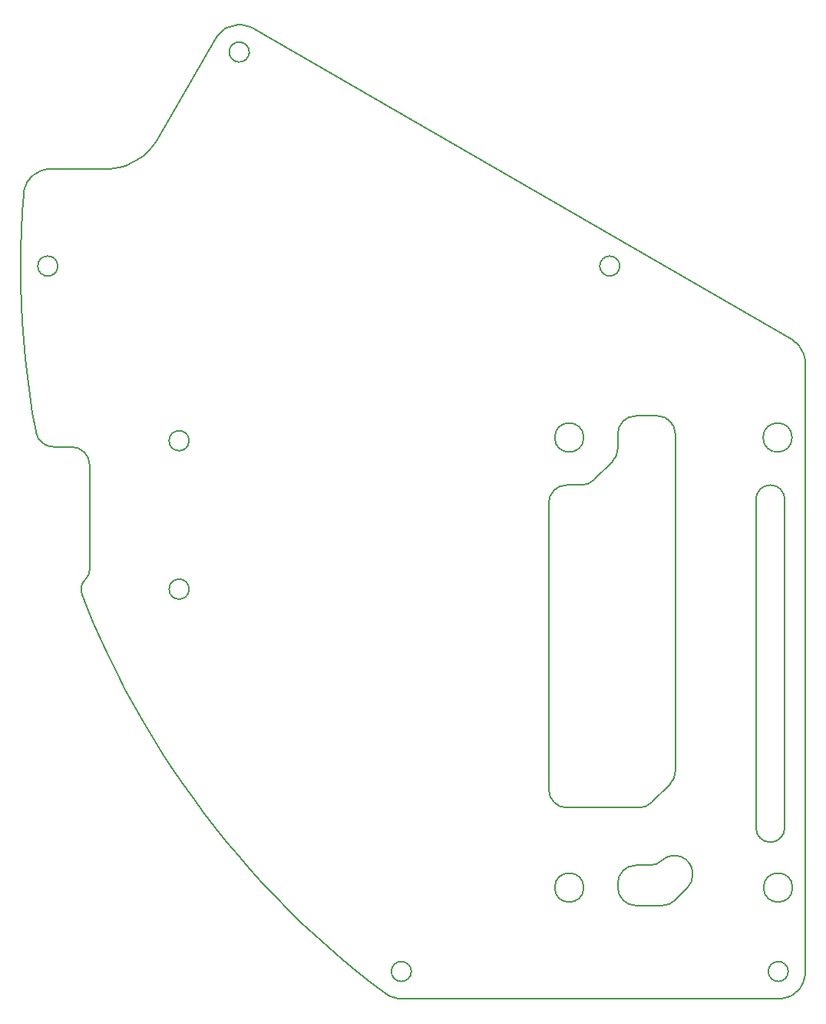
<source format=gbr>
%TF.GenerationSoftware,KiCad,Pcbnew,7.0.9*%
%TF.CreationDate,2024-03-01T15:43:30+09:00*%
%TF.ProjectId,MainBoard,4d61696e-426f-4617-9264-2e6b69636164,rev?*%
%TF.SameCoordinates,Original*%
%TF.FileFunction,Profile,NP*%
%FSLAX46Y46*%
G04 Gerber Fmt 4.6, Leading zero omitted, Abs format (unit mm)*
G04 Created by KiCad (PCBNEW 7.0.9) date 2024-03-01 15:43:30*
%MOMM*%
%LPD*%
G01*
G04 APERTURE LIST*
%TA.AperFunction,Profile*%
%ADD10C,0.200000*%
%TD*%
G04 APERTURE END LIST*
D10*
X187138617Y-139079107D02*
X184252044Y-139079107D01*
X197491993Y-130507107D02*
G75*
G03*
X199079044Y-132094107I1587007J7D01*
G01*
X116578706Y-74782456D02*
X116723940Y-76795672D01*
X125293470Y-109848933D02*
X126144690Y-111679111D01*
X116834337Y-59991432D02*
X116748750Y-60324599D01*
X144484100Y-138092068D02*
X145901455Y-139529160D01*
X202633889Y-77977877D02*
X202459455Y-77675748D01*
X199079044Y-92724144D02*
G75*
G03*
X197492044Y-94311107I-44J-1586956D01*
G01*
X200288888Y-149324801D02*
X200620556Y-149268453D01*
X140739440Y-42016353D02*
X140403083Y-42010061D01*
X126213341Y-57884357D02*
X125708914Y-57903236D01*
X200666993Y-94311107D02*
G75*
G03*
X199080044Y-92724107I-1586993J7D01*
G01*
X129913541Y-118816943D02*
X130944826Y-120552045D01*
X116410271Y-70749283D02*
X116474136Y-72766720D01*
X202877780Y-147011264D02*
X202934133Y-146679597D01*
X126714947Y-57827835D02*
X126213341Y-57884357D01*
X130300072Y-56101325D02*
X129917461Y-56430586D01*
X200620556Y-149268453D02*
X200943830Y-149175324D01*
X158067190Y-149326605D02*
X158387044Y-149343705D01*
X184252044Y-85104107D02*
X186602044Y-85104107D01*
X138558418Y-42734004D02*
X138316122Y-42967389D01*
X179662830Y-92138321D02*
X181666258Y-90134893D01*
X202493168Y-147939791D02*
X202655902Y-147645348D01*
X184598617Y-128284107D02*
X176632044Y-128284107D01*
X181365425Y-69694089D02*
G75*
G03*
X181365425Y-67494111I2375J1099989D01*
G01*
X188016258Y-125694893D02*
X186012830Y-127698321D01*
X142015266Y-42409805D02*
X141714908Y-42258268D01*
X137847863Y-130494002D02*
X139113215Y-132066584D01*
X200943830Y-149175324D02*
X201254644Y-149046585D01*
X120487044Y-68594107D02*
G75*
G03*
X120487044Y-68594107I-1100000J0D01*
G01*
X129083905Y-56998892D02*
X128637622Y-57234760D01*
X128637622Y-57234760D02*
X128174959Y-57436618D01*
X202872129Y-78632425D02*
X202772070Y-78298213D01*
X138101480Y-43226434D02*
X137917190Y-43507882D01*
X190506991Y-135557771D02*
G75*
G03*
X187142109Y-134095939I-1999991J-29D01*
G01*
X119348999Y-57922997D02*
X119010094Y-57981894D01*
X139113472Y-42355594D02*
X138825320Y-42529214D01*
X139738812Y-42110178D02*
X139419251Y-42215327D01*
X128174959Y-57436618D02*
X127698506Y-57603338D01*
X145901455Y-139529160D02*
X147347527Y-140937352D01*
X139419251Y-42215327D02*
X139113472Y-42355594D01*
X201254644Y-149046585D02*
X201549089Y-148883855D01*
X118079874Y-86909951D02*
G75*
G03*
X120042654Y-88526107I1962826J383851D01*
G01*
X116387138Y-68730969D02*
X116410271Y-70749283D01*
X118680158Y-58079200D02*
X118363531Y-58213636D01*
X134965044Y-104204907D02*
G75*
G03*
X134965044Y-104204907I-1100000J0D01*
G01*
X174631993Y-126284107D02*
G75*
G03*
X176632044Y-128284107I2000007J7D01*
G01*
X124007046Y-90526107D02*
X124007046Y-102035525D01*
X158387044Y-149343705D02*
X199952996Y-149343705D01*
X141714908Y-42258268D02*
X141399503Y-42141241D01*
X157750982Y-149275501D02*
X158067190Y-149326605D01*
X188016277Y-125694912D02*
G75*
G03*
X188602044Y-124280680I-1414277J1414212D01*
G01*
X153407029Y-146269828D02*
X154987622Y-147525159D01*
X201479644Y-87491707D02*
G75*
G03*
X201479644Y-87491707I-1600000J0D01*
G01*
X182251993Y-137079107D02*
G75*
G03*
X184252044Y-139079107I2000007J7D01*
G01*
X158401341Y-145243786D02*
G75*
G03*
X158361747Y-147443414I-25341J-1099714D01*
G01*
X202011718Y-77142154D02*
X201744470Y-76917904D01*
X190507044Y-135557771D02*
X190507044Y-135710680D01*
X188601993Y-87104107D02*
G75*
G03*
X186602044Y-85104107I-1999993J7D01*
G01*
X178492644Y-87491707D02*
G75*
G03*
X178492644Y-87491707I-1600000J0D01*
G01*
X138316122Y-42967389D02*
X138101480Y-43226434D01*
X202772070Y-78298213D02*
X202633889Y-77977877D01*
X181365425Y-67494097D02*
G75*
G03*
X181365425Y-69694103I-2425J-1100003D01*
G01*
X127210927Y-57733988D02*
X126714947Y-57827835D01*
X117533929Y-58819753D02*
X117309613Y-59080536D01*
X138825320Y-42529214D02*
X138558418Y-42734004D01*
X130986272Y-55361787D02*
X130657008Y-55744394D01*
X140403083Y-42010061D02*
X140068137Y-42041468D01*
X116701864Y-60665374D02*
X116562141Y-62678979D01*
X119010094Y-57981894D02*
X118680158Y-58079200D01*
X118363531Y-58213636D02*
X118064376Y-58383434D01*
X134965044Y-87847307D02*
G75*
G03*
X134965044Y-87847307I-1100000J0D01*
G01*
X136614509Y-128896202D02*
X137847863Y-130494002D01*
X202298489Y-148214162D02*
X202493168Y-147939791D01*
X202934133Y-146679597D02*
X202952996Y-146343705D01*
X117402946Y-82811995D02*
X117710076Y-84806939D01*
X156859831Y-148925878D02*
X157143842Y-149073989D01*
X117116625Y-59365284D02*
X116957502Y-59670253D01*
X199878128Y-145246247D02*
G75*
G03*
X200030711Y-147440956I74872J-1097453D01*
G01*
X202952996Y-79324271D02*
X202932712Y-78975993D01*
X176632044Y-92724144D02*
G75*
G03*
X174632044Y-94724107I-44J-1999956D01*
G01*
X197492044Y-130507107D02*
X197492044Y-94311107D01*
X148821727Y-142316070D02*
X150323453Y-143664754D01*
X128917486Y-117061379D02*
X129913541Y-118816943D01*
X123533862Y-103128978D02*
G75*
G03*
X124007046Y-102035525I-1026862J1093478D01*
G01*
X123533836Y-103128950D02*
G75*
G03*
X123164806Y-104771548I1026864J-1093450D01*
G01*
X176632044Y-92724107D02*
X178248617Y-92724107D01*
X141072978Y-42060263D02*
X140739440Y-42016353D01*
X124479362Y-108001948D02*
X125293470Y-109848933D01*
X143096039Y-136626662D02*
X144484100Y-138092068D01*
X156593230Y-148748332D02*
X156859831Y-148925878D01*
X201823463Y-148689180D02*
X202074314Y-148465010D01*
X199079044Y-92724107D02*
X199080044Y-92724107D01*
X116404746Y-66712598D02*
X116387138Y-68730969D01*
X119692419Y-57903236D02*
X119348999Y-57922997D01*
X174632044Y-126284107D02*
X174632044Y-94724107D01*
X116909778Y-78805545D02*
X117136144Y-80811259D01*
X199080044Y-132094144D02*
G75*
G03*
X200667044Y-130507107I-44J1587044D01*
G01*
X187138617Y-139079116D02*
G75*
G03*
X188552829Y-138493320I-17J2000016D01*
G01*
X116723940Y-76795672D02*
X116909778Y-78805545D01*
X135413655Y-127273833D02*
X136614509Y-128896202D01*
X116474136Y-72766720D02*
X116578706Y-74782456D01*
X131286025Y-54955645D02*
X130986272Y-55361787D01*
X202074314Y-148465010D02*
X202298489Y-148214162D01*
X141399503Y-42141241D02*
X141072978Y-42060263D01*
X126144690Y-111679111D02*
X127032677Y-113491736D01*
X117710076Y-84806939D02*
X118057408Y-86795277D01*
X131554585Y-54528236D02*
X131286025Y-54955645D01*
X151852095Y-144982852D02*
X153407029Y-146269828D01*
X199080044Y-132094107D02*
X199079044Y-132094107D01*
X137917190Y-43507882D02*
X131554585Y-54528236D01*
X140014310Y-45987190D02*
G75*
G03*
X140995400Y-44018201I500990J979290D01*
G01*
X181666277Y-90134912D02*
G75*
G03*
X182252044Y-88720680I-1414277J1414212D01*
G01*
X199952996Y-149343705D02*
X200288888Y-149324801D01*
X124006993Y-90526107D02*
G75*
G03*
X122007046Y-88526107I-1999993J7D01*
G01*
X202251125Y-77395912D02*
X202011718Y-77142154D01*
X123164805Y-104771548D02*
X123702698Y-106138906D01*
X116957502Y-59670253D02*
X116834337Y-59991432D01*
X116748750Y-60324599D02*
X116701864Y-60665374D01*
X140410049Y-133613306D02*
X141737838Y-135133539D01*
X129917461Y-56430586D02*
X129511316Y-56730333D01*
X139113215Y-132066584D02*
X140410049Y-133613306D01*
X133111392Y-123958047D02*
X134245791Y-125627558D01*
X117309613Y-59080536D02*
X117116625Y-59365284D01*
X185777174Y-134634087D02*
G75*
G03*
X187142109Y-134095939I26J1999987D01*
G01*
X182252044Y-137079107D02*
X182252044Y-136634107D01*
X116562141Y-62678979D02*
X116463088Y-64694995D01*
X154987622Y-147525159D02*
X156593230Y-148748332D01*
X140068137Y-42041468D02*
X139738812Y-42110178D01*
X123702698Y-106138906D02*
X124479362Y-108001948D01*
X201744470Y-76917904D02*
X201452996Y-76726195D01*
X132010921Y-122265979D02*
X133111392Y-123958047D01*
X117136144Y-80811259D02*
X117402946Y-82811995D01*
X189921258Y-137124893D02*
X188552830Y-138493321D01*
X184252044Y-85104144D02*
G75*
G03*
X182252044Y-87104107I-44J-1999956D01*
G01*
X134245791Y-125627558D02*
X135413655Y-127273833D01*
X127032677Y-113491736D02*
X127957068Y-115286069D01*
X120042654Y-88526107D02*
X122007046Y-88526107D01*
X201530444Y-137097907D02*
G75*
G03*
X201530444Y-137097907I-1600000J0D01*
G01*
X130657008Y-55744394D02*
X130300072Y-56101325D01*
X184598617Y-128284116D02*
G75*
G03*
X186012829Y-127698320I-17J2000016D01*
G01*
X141737838Y-135133539D02*
X143096039Y-136626662D01*
X202459455Y-77675748D02*
X202251125Y-77395912D01*
X117786624Y-58586363D02*
X117533929Y-58819753D01*
X200667044Y-94311107D02*
X200667044Y-130507107D01*
X178248617Y-92724116D02*
G75*
G03*
X179662829Y-92138320I-17J2000016D01*
G01*
X189921277Y-137124912D02*
G75*
G03*
X190507044Y-135710680I-1414277J1414212D01*
G01*
X184252044Y-134634107D02*
X185777174Y-134634107D01*
X157442026Y-149190974D02*
X157750982Y-149275501D01*
X202932712Y-78975993D02*
X202872129Y-78632425D01*
X202655902Y-147645348D02*
X202784646Y-147334537D01*
X140995388Y-44018224D02*
G75*
G03*
X140014310Y-45987188I-500988J-979276D01*
G01*
X130944826Y-120552045D02*
X132010921Y-122265979D01*
X184252044Y-134634144D02*
G75*
G03*
X182252044Y-136634107I-44J-1999956D01*
G01*
X200030710Y-147440935D02*
G75*
G03*
X199878129Y-145246257I-74910J1097435D01*
G01*
X127957068Y-115286069D02*
X128917486Y-117061379D01*
X202784646Y-147334537D02*
X202877780Y-147011264D01*
X158361747Y-147443405D02*
G75*
G03*
X158401341Y-145243798I25253J1099705D01*
G01*
X127698506Y-57603338D02*
X127210927Y-57733988D01*
X147347527Y-140937352D02*
X148821727Y-142316070D01*
X201549089Y-148883855D02*
X201823463Y-148689180D01*
X129511316Y-56730333D02*
X129083905Y-56998892D01*
X125708914Y-57903236D02*
X119692419Y-57903236D01*
X202952996Y-146343705D02*
X202952996Y-79324271D01*
X157143842Y-149073989D02*
X157442026Y-149190974D01*
X201452996Y-76726195D02*
X142015266Y-42409805D01*
X188602044Y-87104107D02*
X188602044Y-124280680D01*
X118057408Y-86795277D02*
X118079835Y-86909959D01*
X150323453Y-143664754D02*
X151852095Y-144982852D01*
X118064376Y-58383434D02*
X117786624Y-58586363D01*
X182252044Y-88720680D02*
X182252044Y-87104107D01*
X116463088Y-64694995D02*
X116404746Y-66712598D01*
X178492644Y-137097907D02*
G75*
G03*
X178492644Y-137097907I-1600000J0D01*
G01*
M02*

</source>
